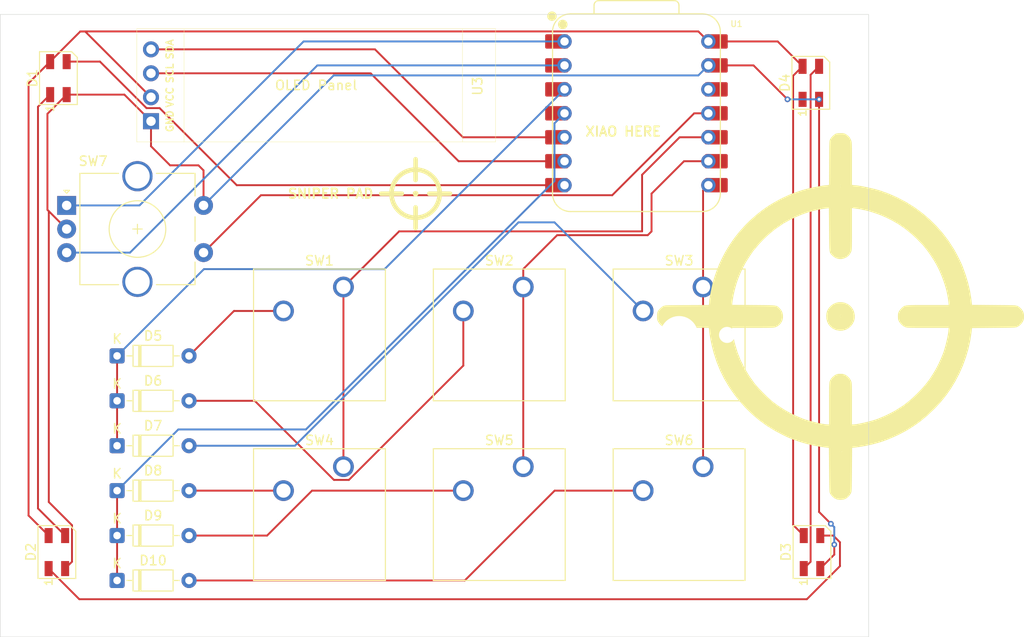
<source format=kicad_pcb>
(kicad_pcb (version 20241229) (generator "pcbnew") (generator_version "9.0")
  (layers (0 "F.Cu" signal) (2 "B.Cu" signal) (13 "F.Paste" user) (15 "B.Paste" user) (5 "F.SilkS" user "F.Silkscreen") (7 "B.SilkS" user "B.Silkscreen") (1 "F.Mask" user) (3 "B.Mask" user) (25 "Edge.Cuts" user))
  (net 0 "")
  (net 1 "LED")
  (net 2 "GND")
  (net 3 "+5V")
  (net 4 "Net-(D1-DOUT)")
  (net 5 "Net-(D2-DOUT)")
  (net 6 "Net-(D3-DOUT)")
  (net 8 "Net-(D5-K)")
  (net 9 "Net-(D5-A)")
  (net 10 "Net-(D6-A)")
  (net 11 "Net-(D7-A)")
  (net 12 "Net-(D8-A)")
  (net 13 "Net-(D10-K)")
  (net 14 "Net-(D9-A)")
  (net 15 "Net-(D10-A)")
  (net 16 "Net-(U1-GPIO4{slash}MISO)")
  (net 17 "Net-(U1-GPIO2{slash}SCK)")
  (net 18 "Net-(U1-GPIO1{slash}RX)")
  (net 19 "Net-(U1-GPIO3{slash}MOSI)")
  (net 20 "Net-(U1-GPIO26{slash}ADC0{slash}A0)")
  (net 21 "Net-(U1-GPIO27{slash}ADC1{slash}A1)")
  (net 22 "SDA")
  (net 23 "SCL")
  (net 24 "+3.3V")
  (footprint "Diode_THT:D_DO-35_SOD27_P7.62mm_Horizontal" (layer "F.Cu") (at 107.38 76.2)
    (property "Reference" "D5" (at 3.81 -2.12 0) (layer "F.SilkS"))
    (property "Value" "D")
    (fp_text user "K" (at 0 -1.8 0) (layer "F.SilkS"))
    (pad "1" thru_hole roundrect (at 0 0) (size 1.6 1.6) (drill 0.8) (layers "*.Cu" "*.Mask") (roundrect_rratio 0.15625) (net 8 "Net-(D5-K)"))
    (pad "2" thru_hole circle (at 7.62 0) (size 1.6 1.6) (drill 0.8) (layers "*.Cu" "*.Mask") (net 9 "Net-(D5-A)"))
  )
  (footprint "Diode_THT:D_DO-35_SOD27_P7.62mm_Horizontal" (layer "F.Cu") (at 107.38 100.0125)
    (property "Reference" "D10" (at 3.81 -2.12 0) (layer "F.SilkS"))
    (property "Value" "D")
    (fp_text user "K" (at 0 -1.8 0) (layer "F.SilkS"))
    (pad "1" thru_hole roundrect (at 0 0) (size 1.6 1.6) (drill 0.8) (layers "*.Cu" "*.Mask") (roundrect_rratio 0.15625) (net 13 "Net-(D10-K)"))
    (pad "2" thru_hole circle (at 7.62 0) (size 1.6 1.6) (drill 0.8) (layers "*.Cu" "*.Mask") (net 15 "Net-(D10-A)"))
  )
  (footprint "Diode_THT:D_DO-35_SOD27_P7.62mm_Horizontal" (layer "F.Cu") (at 107.38 90.4875)
    (property "Reference" "D8" (at 3.81 -2.12 0) (layer "F.SilkS"))
    (property "Value" "D")
    (fp_text user "K" (at 0 -1.8 0) (layer "F.SilkS"))
    (pad "1" thru_hole roundrect (at 0 0) (size 1.6 1.6) (drill 0.8) (layers "*.Cu" "*.Mask") (roundrect_rratio 0.15625) (net 13 "Net-(D10-K)"))
    (pad "2" thru_hole circle (at 7.62 0) (size 1.6 1.6) (drill 0.8) (layers "*.Cu" "*.Mask") (net 12 "Net-(D8-A)"))
  )
  (footprint "LED_SMD:LED_SK6812MINI_PLCC4_3.5x3.5mm_P1.75mm" (layer "F.Cu") (at 180.875 47.25 90)
    (property "Reference" "D4" (at 0 -2.75 90) (layer "F.SilkS"))
    (property "Value" "SK6812MINI")
    (fp_text user "1" (at -3.2 -0.875 90) (layer "F.SilkS") (effects (font (size 0.8 0.8))))
    (pad "1" smd rect (at -1.75 -0.875 90) (size 1.6 0.85) (layers "F.Cu" "F.Mask" "F.Paste"))
    (pad "2" smd rect (at -1.75 0.875 90) (size 1.6 0.85) (layers "F.Cu" "F.Mask" "F.Paste") (net 2 "GND"))
    (pad "3" smd rect (at 1.75 0.875 90) (size 1.6 0.85) (layers "F.Cu" "F.Mask" "F.Paste") (net 6 "Net-(D3-DOUT)"))
    (pad "4" smd rect (at 1.75 -0.875 90) (size 1.6 0.85) (layers "F.Cu" "F.Mask" "F.Paste") (net 3 "+5V"))
  )
  (footprint "Diode_THT:D_DO-35_SOD27_P7.62mm_Horizontal" (layer "F.Cu") (at 107.38 80.9625)
    (property "Reference" "D6" (at 3.81 -2.12 0) (layer "F.SilkS"))
    (property "Value" "D")
    (fp_text user "K" (at 0 -1.8 0) (layer "F.SilkS"))
    (pad "1" thru_hole roundrect (at 0 0) (size 1.6 1.6) (drill 0.8) (layers "*.Cu" "*.Mask") (roundrect_rratio 0.15625) (net 8 "Net-(D5-K)"))
    (pad "2" thru_hole circle (at 7.62 0) (size 1.6 1.6) (drill 0.8) (layers "*.Cu" "*.Mask") (net 10 "Net-(D6-A)"))
  )
  (footprint "OPL:XIAO-RP2040-DIP" (layer "F.Cu") (at 162.40125 50.4825)
    (property "Reference" "U1" (at 10.59875 -9.4825 0) (layer "F.SilkS") (effects (font (size 0.635 0.635) (thickness 0.1016))))
    (property "Value" "XIAO-RP2040-DIP")
    (pad "1" smd roundrect (at -8.455 -7.62 180) (size 2.432 1.524) (layers "F.Cu" "F.Mask") (roundrect_rratio 0.1) (net 20 "Net-(U1-GPIO26{slash}ADC0{slash}A0)"))
    (pad "1" thru_hole circle (at -7.62 -7.62 180) (size 1.524 1.524) (drill 0.889) (layers "*.Cu" "*.Mask") (net 20 "Net-(U1-GPIO26{slash}ADC0{slash}A0)"))
    (pad "2" smd roundrect (at -8.455 -5.08 180) (size 2.432 1.524) (layers "F.Cu" "F.Mask") (roundrect_rratio 0.1) (net 21 "Net-(U1-GPIO27{slash}ADC1{slash}A1)"))
    (pad "2" thru_hole circle (at -7.62 -5.08 180) (size 1.524 1.524) (drill 0.889) (layers "*.Cu" "*.Mask") (net 21 "Net-(U1-GPIO27{slash}ADC1{slash}A1)"))
    (pad "3" smd roundrect (at -8.455 -2.54 180) (size 2.432 1.524) (layers "F.Cu" "F.Mask") (roundrect_rratio 0.1) (net 8 "Net-(D5-K)"))
    (pad "3" thru_hole circle (at -7.62 -2.54 180) (size 1.524 1.524) (drill 0.889) (layers "*.Cu" "*.Mask") (net 8 "Net-(D5-K)"))
    (pad "4" smd roundrect (at -8.455 0 180) (size 2.432 1.524) (layers "F.Cu" "F.Mask") (roundrect_rratio 0.1) (net 13 "Net-(D10-K)"))
    (pad "4" thru_hole circle (at -7.62 0 180) (size 1.524 1.524) (drill 0.889) (layers "*.Cu" "*.Mask") (net 13 "Net-(D10-K)"))
    (pad "5" smd roundrect (at -8.455 2.54 180) (size 2.432 1.524) (layers "F.Cu" "F.Mask") (roundrect_rratio 0.1) (net 22 "SDA"))
    (pad "5" thru_hole circle (at -7.62 2.54 180) (size 1.524 1.524) (drill 0.889) (layers "*.Cu" "*.Mask") (net 22 "SDA"))
    (pad "6" smd roundrect (at -8.455 5.08 180) (size 2.432 1.524) (layers "F.Cu" "F.Mask") (roundrect_rratio 0.1) (net 23 "SCL"))
    (pad "6" thru_hole circle (at -7.62 5.08 180) (size 1.524 1.524) (drill 0.889) (layers "*.Cu" "*.Mask") (net 23 "SCL"))
    (pad "7" smd roundrect (at -8.455 7.62 180) (size 2.432 1.524) (layers "F.Cu" "F.Mask") (roundrect_rratio 0.1) (net 1 "LED"))
    (pad "7" thru_hole circle (at -7.62 7.62 180) (size 1.524 1.524) (drill 0.889) (layers "*.Cu" "*.Mask") (net 1 "LED"))
    (pad "8" thru_hole circle (at 7.62 7.62) (size 1.524 1.524) (drill 0.889) (layers "*.Cu" "*.Mask") (net 18 "Net-(U1-GPIO1{slash}RX)"))
    (pad "8" smd roundrect (at 8.455 7.62) (size 2.432 1.524) (layers "F.Cu" "F.Mask") (roundrect_rratio 0.1) (net 18 "Net-(U1-GPIO1{slash}RX)"))
    (pad "9" thru_hole circle (at 7.62 5.08) (size 1.524 1.524) (drill 0.889) (layers "*.Cu" "*.Mask") (net 17 "Net-(U1-GPIO2{slash}SCK)"))
    (pad "9" smd roundrect (at 8.455 5.08) (size 2.432 1.524) (layers "F.Cu" "F.Mask") (roundrect_rratio 0.1) (net 17 "Net-(U1-GPIO2{slash}SCK)"))
    (pad "10" thru_hole circle (at 7.62 2.54) (size 1.524 1.524) (drill 0.889) (layers "*.Cu" "*.Mask") (net 16 "Net-(U1-GPIO4{slash}MISO)"))
    (pad "10" smd roundrect (at 8.455 2.54) (size 2.432 1.524) (layers "F.Cu" "F.Mask") (roundrect_rratio 0.1) (net 16 "Net-(U1-GPIO4{slash}MISO)"))
    (pad "11" thru_hole circle (at 7.62 0) (size 1.524 1.524) (drill 0.889) (layers "*.Cu" "*.Mask") (net 19 "Net-(U1-GPIO3{slash}MOSI)"))
    (pad "11" smd roundrect (at 8.455 0) (size 2.432 1.524) (layers "F.Cu" "F.Mask") (roundrect_rratio 0.1) (net 19 "Net-(U1-GPIO3{slash}MOSI)"))
    (pad "12" thru_hole circle (at 7.62 -2.54) (size 1.524 1.524) (drill 0.889) (layers "*.Cu" "*.Mask") (net 24 "+3.3V"))
    (pad "12" smd roundrect (at 8.455 -2.54) (size 2.432 1.524) (layers "F.Cu" "F.Mask") (roundrect_rratio 0.1) (net 24 "+3.3V"))
    (pad "13" thru_hole circle (at 7.62 -5.08) (size 1.524 1.524) (drill 0.889) (layers "*.Cu" "*.Mask") (net 2 "GND"))
    (pad "13" smd roundrect (at 8.455 -5.08) (size 2.432 1.524) (layers "F.Cu" "F.Mask") (roundrect_rratio 0.1) (net 2 "GND"))
    (pad "14" thru_hole circle (at 7.62 -7.62) (size 1.524 1.524) (drill 0.889) (layers "*.Cu" "*.Mask") (net 3 "+5V"))
    (pad "14" smd roundrect (at 8.455 -7.62) (size 2.432 1.524) (layers "F.Cu" "F.Mask") (roundrect_rratio 0.1) (net 3 "+5V"))
  )
  (footprint "Button_Switch_Keyboard:SW_Cherry_MX_1.00u_PCB" (layer "F.Cu") (at 150.41 68.8975)
    (property "Reference" "SW2" (at -2.54 -2.794 0) (layer "F.SilkS"))
    (property "Value" "SW_Push")
    (pad "" np_thru_hole circle (at -7.62 5.08) (size 1.7 1.7) (drill 1.7) (layers "*.Cu" "*.Mask"))
    (pad "" np_thru_hole circle (at -2.54 5.08) (size 4 4) (drill 4) (layers "*.Cu" "*.Mask"))
    (pad "" np_thru_hole circle (at 2.54 5.08) (size 1.7 1.7) (drill 1.7) (layers "*.Cu" "*.Mask"))
    (pad "1" thru_hole circle (at 0 0) (size 2.2 2.2) (drill 1.5) (layers "*.Cu" "*.Mask") (net 17 "Net-(U1-GPIO2{slash}SCK)"))
    (pad "2" thru_hole circle (at -6.35 2.54) (size 2.2 2.2) (drill 1.5) (layers "*.Cu" "*.Mask") (net 10 "Net-(D6-A)"))
  )
  (footprint "LED_SMD:LED_SK6812MINI_PLCC4_3.5x3.5mm_P1.75mm" (layer "F.Cu") (at 101 97 90)
    (property "Reference" "D2" (at 0 -2.75 90) (layer "F.SilkS"))
    (property "Value" "SK6812MINI")
    (fp_text user "1" (at -3.2 -0.875 90) (layer "F.SilkS") (effects (font (size 0.8 0.8))))
    (pad "1" smd rect (at -1.75 -0.875 90) (size 1.6 0.85) (layers "F.Cu" "F.Mask" "F.Paste") (net 5 "Net-(D2-DOUT)"))
    (pad "2" smd rect (at -1.75 0.875 90) (size 1.6 0.85) (layers "F.Cu" "F.Mask" "F.Paste") (net 2 "GND"))
    (pad "3" smd rect (at 1.75 0.875 90) (size 1.6 0.85) (layers "F.Cu" "F.Mask" "F.Paste") (net 4 "Net-(D1-DOUT)"))
    (pad "4" smd rect (at 1.75 -0.875 90) (size 1.6 0.85) (layers "F.Cu" "F.Mask" "F.Paste") (net 3 "+5V"))
  )
  (footprint "Button_Switch_Keyboard:SW_Cherry_MX_1.00u_PCB" (layer "F.Cu") (at 169.46 68.8975)
    (property "Reference" "SW3" (at -2.54 -2.794 0) (layer "F.SilkS"))
    (property "Value" "SW_Push")
    (pad "" np_thru_hole circle (at -7.62 5.08) (size 1.7 1.7) (drill 1.7) (layers "*.Cu" "*.Mask"))
    (pad "" np_thru_hole circle (at -2.54 5.08) (size 4 4) (drill 4) (layers "*.Cu" "*.Mask"))
    (pad "" np_thru_hole circle (at 2.54 5.08) (size 1.7 1.7) (drill 1.7) (layers "*.Cu" "*.Mask"))
    (pad "1" thru_hole circle (at 0 0) (size 2.2 2.2) (drill 1.5) (layers "*.Cu" "*.Mask") (net 18 "Net-(U1-GPIO1{slash}RX)"))
    (pad "2" thru_hole circle (at -6.35 2.54) (size 2.2 2.2) (drill 1.5) (layers "*.Cu" "*.Mask") (net 11 "Net-(D7-A)"))
  )
  (footprint "Rotary:RotaryEncoder_Alps_EC11E-Switch_Vertical_H20mm_CircularMountingHoles" (layer "F.Cu") (at 102.0375 60.25)
    (property "Reference" "SW7" (at 2.8 -4.7 0) (layer "F.SilkS"))
    (property "Value" "RotaryEncoder_Switch")
    (pad "A" thru_hole rect (at 0 0) (size 2 2) (drill 1) (layers "*.Cu" "*.Mask") (net 20 "Net-(U1-GPIO26{slash}ADC0{slash}A0)"))
    (pad "B" thru_hole circle (at 0 5) (size 2 2) (drill 1) (layers "*.Cu" "*.Mask") (net 21 "Net-(U1-GPIO27{slash}ADC1{slash}A1)"))
    (pad "C" thru_hole circle (at 0 2.5) (size 2 2) (drill 1) (layers "*.Cu" "*.Mask") (net 2 "GND"))
    (pad "MP" thru_hole circle (at 7.5 -3.1) (size 3.2 3.2) (drill 2.6) (layers "*.Cu" "*.Mask"))
    (pad "MP" thru_hole circle (at 7.5 8.1) (size 3.2 3.2) (drill 2.6) (layers "*.Cu" "*.Mask"))
    (pad "S1" thru_hole circle (at 14.5 5) (size 2 2) (drill 1) (layers "*.Cu" "*.Mask") (net 19 "Net-(U1-GPIO3{slash}MOSI)"))
    (pad "S2" thru_hole circle (at 14.5 0) (size 2 2) (drill 1) (layers "*.Cu" "*.Mask") (net 2 "GND"))
  )
  (footprint "LED_SMD:LED_SK6812MINI_PLCC4_3.5x3.5mm_P1.75mm" (layer "F.Cu") (at 101.1625 46.75 90)
    (property "Reference" "D1" (at 0 -2.75 90) (layer "F.SilkS"))
    (property "Value" "SK6812MINI")
    (fp_text user "1" (at -3.2 -0.875 90) (layer "F.SilkS") (effects (font (size 0.8 0.8))))
    (pad "1" smd rect (at -1.75 -0.875 90) (size 1.6 0.85) (layers "F.Cu" "F.Mask" "F.Paste") (net 4 "Net-(D1-DOUT)"))
    (pad "2" smd rect (at -1.75 0.875 90) (size 1.6 0.85) (layers "F.Cu" "F.Mask" "F.Paste") (net 2 "GND"))
    (pad "3" smd rect (at 1.75 0.875 90) (size 1.6 0.85) (layers "F.Cu" "F.Mask" "F.Paste") (net 1 "LED"))
    (pad "4" smd rect (at 1.75 -0.875 90) (size 1.6 0.85) (layers "F.Cu" "F.Mask" "F.Paste") (net 3 "+5V"))
  )
  (footprint "Button_Switch_Keyboard:SW_Cherry_MX_1.00u_PCB" (layer "F.Cu") (at 131.36 87.9475)
    (property "Reference" "SW4" (at -2.54 -2.794 0) (layer "F.SilkS"))
    (property "Value" "SW_Push")
    (pad "" np_thru_hole circle (at -7.62 5.08) (size 1.7 1.7) (drill 1.7) (layers "*.Cu" "*.Mask"))
    (pad "" np_thru_hole circle (at -2.54 5.08) (size 4 4) (drill 4) (layers "*.Cu" "*.Mask"))
    (pad "" np_thru_hole circle (at 2.54 5.08) (size 1.7 1.7) (drill 1.7) (layers "*.Cu" "*.Mask"))
    (pad "1" thru_hole circle (at 0 0) (size 2.2 2.2) (drill 1.5) (layers "*.Cu" "*.Mask") (net 16 "Net-(U1-GPIO4{slash}MISO)"))
    (pad "2" thru_hole circle (at -6.35 2.54) (size 2.2 2.2) (drill 1.5) (layers "*.Cu" "*.Mask") (net 12 "Net-(D8-A)"))
  )
  (footprint "Button_Switch_Keyboard:SW_Cherry_MX_1.00u_PCB" (layer "F.Cu") (at 169.46 87.9475)
    (property "Reference" "SW6" (at -2.54 -2.794 0) (layer "F.SilkS"))
    (property "Value" "SW_Push")
    (pad "" np_thru_hole circle (at -7.62 5.08) (size 1.7 1.7) (drill 1.7) (layers "*.Cu" "*.Mask"))
    (pad "" np_thru_hole circle (at -2.54 5.08) (size 4 4) (drill 4) (layers "*.Cu" "*.Mask"))
    (pad "" np_thru_hole circle (at 2.54 5.08) (size 1.7 1.7) (drill 1.7) (layers "*.Cu" "*.Mask"))
    (pad "1" thru_hole circle (at 0 0) (size 2.2 2.2) (drill 1.5) (layers "*.Cu" "*.Mask") (net 18 "Net-(U1-GPIO1{slash}RX)"))
    (pad "2" thru_hole circle (at -6.35 2.54) (size 2.2 2.2) (drill 1.5) (layers "*.Cu" "*.Mask") (net 15 "Net-(D10-A)"))
  )
  (footprint "Diode_THT:D_DO-35_SOD27_P7.62mm_Horizontal" (layer "F.Cu") (at 107.38 85.725)
    (property "Reference" "D7" (at 3.81 -2.12 0) (layer "F.SilkS"))
    (property "Value" "D")
    (fp_text user "K" (at 0 -1.8 0) (layer "F.SilkS"))
    (pad "1" thru_hole roundrect (at 0 0) (size 1.6 1.6) (drill 0.8) (layers "*.Cu" "*.Mask") (roundrect_rratio 0.15625) (net 8 "Net-(D5-K)"))
    (pad "2" thru_hole circle (at 7.62 0) (size 1.6 1.6) (drill 0.8) (layers "*.Cu" "*.Mask") (net 11 "Net-(D7-A)"))
  )
  (footprint "OLED:SSD1306-0.91-OLED-4pin-128x32" (layer "F.Cu") (at 147.4725 53.51 180)
    (property "Reference" "U3" (at 1.9 5.91 90) (layer "F.SilkS"))
    (property "Value" "~" (hide yes))
    (fp_text user "OLED Panel" (at 19 6 0) (layer "F.SilkS"))
    (fp_text user "VCC" (at 34.5 4.73 90) (layer "F.SilkS") (effects (font (size 0.75 0.75))))
    (fp_text user "SCL" (at 34.5 7.27 90) (layer "F.SilkS") (effects (font (size 0.75 0.75))))
    (fp_text user "GND" (at 34.5 2.19 90) (layer "F.SilkS") (effects (font (size 0.75 0.75))))
    (fp_text user "SDA" (at 34.5 9.81 90) (layer "F.SilkS") (effects (font (size 0.75 0.75))))
    (pad "1" thru_hole rect (at 36.5 2.19 180) (size 1.7 1.7) (drill 1) (layers "*.Cu" "*.Mask") (net 2 "GND"))
    (pad "2" thru_hole oval (at 36.5 4.73 180) (size 1.7 1.7) (drill 1) (layers "*.Cu" "*.Mask") (net 3 "+5V"))
    (pad "3" thru_hole oval (at 36.5 7.27 180) (size 1.7 1.7) (drill 1) (layers "*.Cu" "*.Mask") (net 23 "SCL"))
    (pad "4" thru_hole oval (at 36.5 9.81 180) (size 1.7 1.7) (drill 1) (layers "*.Cu" "*.Mask") (net 22 "SDA"))
  )
  (footprint "Button_Switch_Keyboard:SW_Cherry_MX_1.00u_PCB" (layer "F.Cu") (at 131.36 68.8975)
    (property "Reference" "SW1" (at -2.54 -2.794 0) (layer "F.SilkS"))
    (property "Value" "SW_Push")
    (pad "" np_thru_hole circle (at -7.62 5.08) (size 1.7 1.7) (drill 1.7) (layers "*.Cu" "*.Mask"))
    (pad "" np_thru_hole circle (at -2.54 5.08) (size 4 4) (drill 4) (layers "*.Cu" "*.Mask"))
    (pad "" np_thru_hole circle (at 2.54 5.08) (size 1.7 1.7) (drill 1.7) (layers "*.Cu" "*.Mask"))
    (pad "1" thru_hole circle (at 0 0) (size 2.2 2.2) (drill 1.5) (layers "*.Cu" "*.Mask") (net 16 "Net-(U1-GPIO4{slash}MISO)"))
    (pad "2" thru_hole circle (at -6.35 2.54) (size 2.2 2.2) (drill 1.5) (layers "*.Cu" "*.Mask") (net 9 "Net-(D5-A)"))
  )
  (footprint "LOGO" (layer "F.Cu") (at 184 72)
    (property "Reference" "G***" (hide yes))
    (property "Value" "LOGO" (hide yes))
  )
  (footprint "LED_SMD:LED_SK6812MINI_PLCC4_3.5x3.5mm_P1.75mm" (layer "F.Cu") (at 181 97 90)
    (property "Reference" "D3" (at 0 -2.75 90) (layer "F.SilkS"))
    (property "Value" "SK6812MINI")
    (fp_text user "1" (at -3.2 -0.875 90) (layer "F.SilkS") (effects (font (size 0.8 0.8))))
    (pad "1" smd rect (at -1.75 -0.875 90) (size 1.6 0.85) (layers "F.Cu" "F.Mask" "F.Paste") (net 6 "Net-(D3-DOUT)"))
    (pad "2" smd rect (at -1.75 0.875 90) (size 1.6 0.85) (layers "F.Cu" "F.Mask" "F.Paste") (net 2 "GND"))
    (pad "3" smd rect (at 1.75 0.875 90) (size 1.6 0.85) (layers "F.Cu" "F.Mask" "F.Paste") (net 5 "Net-(D2-DOUT)"))
    (pad "4" smd rect (at 1.75 -0.875 90) (size 1.6 0.85) (layers "F.Cu" "F.Mask" "F.Paste") (net 3 "+5V"))
  )
  (footprint "LOGO" (layer "F.Cu") (at 139 59)
    (property "Reference" "G***" (hide yes))
    (property "Value" "LOGO" (hide yes))
  )
  (footprint "Diode_THT:D_DO-35_SOD27_P7.62mm_Horizontal" (layer "F.Cu") (at 107.38 95.25)
    (property "Reference" "D9" (at 3.81 -2.12 0) (layer "F.SilkS"))
    (property "Value" "D")
    (fp_text user "K" (at 0 -1.8 0) (layer "F.SilkS"))
    (pad "1" thru_hole roundrect (at 0 0) (size 1.6 1.6) (drill 0.8) (layers "*.Cu" "*.Mask") (roundrect_rratio 0.15625) (net 13 "Net-(D10-K)"))
    (pad "2" thru_hole circle (at 7.62 0) (size 1.6 1.6) (drill 0.8) (layers "*.Cu" "*.Mask") (net 14 "Net-(D9-A)"))
  )
  (footprint "Button_Switch_Keyboard:SW_Cherry_MX_1.00u_PCB" (layer "F.Cu") (at 150.41 87.9475)
    (property "Reference" "SW5" (at -2.54 -2.794 0) (layer "F.SilkS"))
    (property "Value" "SW_Push")
    (pad "" np_thru_hole circle (at -7.62 5.08) (size 1.7 1.7) (drill 1.7) (layers "*.Cu" "*.Mask"))
    (pad "" np_thru_hole circle (at -2.54 5.08) (size 4 4) (drill 4) (layers "*.Cu" "*.Mask"))
    (pad "" np_thru_hole circle (at 2.54 5.08) (size 1.7 1.7) (drill 1.7) (layers "*.Cu" "*.Mask"))
    (pad "1" thru_hole circle (at 0 0) (size 2.2 2.2) (drill 1.5) (layers "*.Cu" "*.Mask") (net 17 "Net-(U1-GPIO2{slash}SCK)"))
    (pad "2" thru_hole circle (at -6.35 2.54) (size 2.2 2.2) (drill 1.5) (layers "*.Cu" "*.Mask") (net 14 "Net-(D9-A)"))
  )
  (gr_rect (start 95 40) (end 187 106) (stroke (width 0.05)) (fill no) (layer "Edge.Cuts"))
  (gr_text "XIAO HERE" (at 161 53 0) (layer "F.SilkS") (effects (font (size 1 1) (thickness 0.2) (bold yes)) (justify bottom)))
  (gr_text "SNIPER PAD" (at 130 59 0) (layer "F.SilkS") (effects (font (size 1 1) (thickness 0.2) (bold yes))))
  (segment (start 110.49574 49.931) (end 105.56474 45) (width 0.2) (layer "F.Cu") (net 1))
  (segment (start 111.8855 49.931) (end 110.49574 49.931) (width 0.2) (layer "F.Cu") (net 1))
  (segment (start 120.057 58.1025) (end 111.8855 49.931) (width 0.2) (layer "F.Cu") (net 1))
  (segment (start 154.78125 58.1025) (end 120.057 58.1025) (width 0.2) (layer "F.Cu") (net 1))
  (segment (start 105.56474 45) (end 102.0375 45) (width 0.2) (layer "F.Cu") (net 1))
  (segment (start 116.5375 56.5375) (end 116.5375 60.25) (width 0.2) (layer "F.Cu") (net 2))
  (segment (start 100.14375 60.85625) (end 102.0375 62.75) (width 0.2) (layer "F.Cu") (net 2))
  (segment (start 100.14375 60.85625) (end 100.14375 91.69175) (width 0.2) (layer "F.Cu") (net 2))
  (segment (start 181.875 98.75) (end 183.358785 97.266215) (width 0.2) (layer "F.Cu") (net 2))
  (segment (start 170.02125 45.4025) (end 174.8025 45.4025) (width 0.2) (layer "F.Cu") (net 2))
  (segment (start 174.8025 45.4025) (end 178.4 49) (width 0.2) (layer "F.Cu") (net 2))
  (segment (start 102.601 98.024) (end 101.875 98.75) (width 0.2) (layer "F.Cu") (net 2))
  (segment (start 102.0375 48.5) (end 100 50.5375) (width 0.2) (layer "F.Cu") (net 2))
  (segment (start 113 56) (end 116 56) (width 0.2) (layer "F.Cu") (net 2))
  (segment (start 100.14375 91.69175) (end 102.601 94.149) (width 0.2) (layer "F.Cu") (net 2))
  (segment (start 110.9725 51.32) (end 110.9725 53.9725) (width 0.2) (layer "F.Cu") (net 2))
  (segment (start 102.0375 48.5) (end 108.1525 48.5) (width 0.2) (layer "F.Cu") (net 2))
  (segment (start 181.75 92.75) (end 181.75 49) (width 0.2) (layer "F.Cu") (net 2))
  (segment (start 100 50.5375) (end 100 60.7125) (width 0.2) (layer "F.Cu") (net 2))
  (segment (start 183.358785 97.266215) (end 183.358785 96.207315) (width 0.2) (layer "F.Cu") (net 2))
  (segment (start 108.1525 48.5) (end 110.9725 51.32) (width 0.2) (layer "F.Cu") (net 2))
  (segment (start 110.9725 53.9725) (end 113 56) (width 0.2) (layer "F.Cu") (net 2))
  (segment (start 100 60.7125) (end 100.14375 60.85625) (width 0.2) (layer "F.Cu") (net 2))
  (segment (start 183 94) (end 181.75 92.75) (width 0.2) (layer "F.Cu") (net 2))
  (segment (start 102.601 94.149) (end 102.601 98.024) (width 0.2) (layer "F.Cu") (net 2))
  (segment (start 116 56) (end 116.5375 56.5375) (width 0.2) (layer "F.Cu") (net 2))
  (via (at 183.358785 96.207315) (size 0.6) (drill 0.3) (layers "F.Cu" "B.Cu") (net 2))
  (via (at 178.4 49) (size 0.6) (drill 0.3) (layers "F.Cu" "B.Cu") (net 2))
  (via (at 183 94) (size 0.6) (drill 0.3) (layers "F.Cu" "B.Cu") (net 2))
  (via (at 181.75 49) (size 0.6) (drill 0.3) (layers "F.Cu" "B.Cu") (net 2))
  (segment (start 183.358785 94.358785) (end 183 94) (width 0.2) (layer "B.Cu") (net 2))
  (segment (start 130.322 46.4655) (end 168.95825 46.4655) (width 0.2) (layer "B.Cu") (net 2))
  (segment (start 116.5375 60.25) (end 130.322 46.4655) (width 0.2) (layer "B.Cu") (net 2))
  (segment (start 178.4 49) (end 181.75 49) (width 0.2) (layer "B.Cu") (net 2))
  (segment (start 183.358785 96.207315) (end 183.358785 94.358785) (width 0.2) (layer "B.Cu") (net 2))
  (segment (start 168.95825 46.4655) (end 170.02125 45.4025) (width 0.2) (layer "B.Cu") (net 2))
  (segment (start 170.02125 42.8625) (end 177.3625 42.8625) (width 0.2) (layer "F.Cu") (net 3))
  (segment (start 177.3625 42.8625) (end 180 45.5) (width 0.2) (layer "F.Cu") (net 3))
  (segment (start 170.02125 42.8625) (end 168.95825 41.7995) (width 0.2) (layer "F.Cu") (net 3))
  (segment (start 168.95825 41.7995) (end 103.488 41.7995) (width 0.2) (layer "F.Cu") (net 3))
  (segment (start 100.2875 45) (end 98 47.2875) (width 0.2) (layer "F.Cu") (net 3))
  (segment (start 103.992 41.7995) (end 103.488 41.7995) (width 0.2) (layer "F.Cu") (net 3))
  (segment (start 179 94.125) (end 180.125 95.25) (width 0.2) (layer "F.Cu") (net 3))
  (segment (start 98 47.2875) (end 98 93.125) (width 0.2) (layer "F.Cu") (net 3))
  (segment (start 180 45.5) (end 179 46.5) (width 0.2) (layer "F.Cu") (net 3))
  (segment (start 103.488 41.7995) (end 100.2875 45) (width 0.2) (layer "F.Cu") (net 3))
  (segment (start 98 93.125) (end 100.125 95.25) (width 0.2) (layer "F.Cu") (net 3))
  (segment (start 179 46.5) (end 179 94.125) (width 0.2) (layer "F.Cu") (net 3))
  (segment (start 110.9725 48.78) (end 103.992 41.7995) (width 0.2) (layer "F.Cu") (net 3))
  (segment (start 101.875 95.25) (end 99 92.375) (width 0.2) (layer "F.Cu") (net 4))
  (segment (start 99 92.375) (end 99 49.7875) (width 0.2) (layer "F.Cu") (net 4))
  (segment (start 99 49.7875) (end 100.2875 48.5) (width 0.2) (layer "F.Cu") (net 4))
  (segment (start 100.125 98.75) (end 103.375 102) (width 0.2) (layer "F.Cu") (net 5))
  (segment (start 183.959785 98.492215) (end 183.959785 95.959785) (width 0.2) (layer "F.Cu") (net 5))
  (segment (start 183.959785 95.959785) (end 183.25 95.25) (width 0.2) (layer "F.Cu") (net 5))
  (segment (start 103.375 102) (end 180.452 102) (width 0.2) (layer "F.Cu") (net 5))
  (segment (start 180.452 102) (end 183.959785 98.492215) (width 0.2) (layer "F.Cu") (net 5))
  (segment (start 183.25 95.25) (end 181.875 95.25) (width 0.2) (layer "F.Cu") (net 5))
  (segment (start 181.75 45.5) (end 180.851 46.399) (width 0.2) (layer "F.Cu") (net 6))
  (segment (start 180.851 46.399) (end 180.851 98.024) (width 0.2) (layer "F.Cu") (net 6))
  (segment (start 180.851 98.024) (end 180.125 98.75) (width 0.2) (layer "F.Cu") (net 6))
  (segment (start 107.38 85.725) (end 107.38 80.9625) (width 0.2) (layer "F.Cu") (net 8))
  (segment (start 107.38 80.9625) (end 107.38 76.2) (width 0.2) (layer "F.Cu") (net 8))
  (segment (start 116.58 67) (end 135.72375 67) (width 0.2) (layer "B.Cu") (net 8))
  (segment (start 135.72375 67) (end 154.78125 47.9425) (width 0.2) (layer "B.Cu") (net 8))
  (segment (start 107.38 76.2) (end 116.58 67) (width 0.2) (layer "B.Cu") (net 8))
  (segment (start 119.7625 71.4375) (end 115 76.2) (width 0.2) (layer "F.Cu") (net 9))
  (segment (start 125.01 71.4375) (end 119.7625 71.4375) (width 0.2) (layer "F.Cu") (net 9))
  (segment (start 131.940314 89.3485) (end 130.3485 89.3485) (width 0.2) (layer "F.Cu") (net 10))
  (segment (start 121.9625 80.9625) (end 115 80.9625) (width 0.2) (layer "F.Cu") (net 10))
  (segment (start 144.06 71.4375) (end 144.06 77.228814) (width 0.2) (layer "F.Cu") (net 10))
  (segment (start 144.06 77.228814) (end 131.940314 89.3485) (width 0.2) (layer "F.Cu") (net 10))
  (segment (start 130.3485 89.3485) (end 121.9625 80.9625) (width 0.2) (layer "F.Cu") (net 10))
  (segment (start 153.71825 62.04575) (end 149.90179 62.04575) (width 0.2) (layer "B.Cu") (net 11))
  (segment (start 149.90179 62.04575) (end 126.22254 85.725) (width 0.2) (layer "B.Cu") (net 11))
  (segment (start 163.11 71.4375) (end 153.71825 62.04575) (width 0.2) (layer "B.Cu") (net 11))
  (segment (start 126.22254 85.725) (end 115 85.725) (width 0.2) (layer "B.Cu") (net 11))
  (segment (start 125.01 90.4875) (end 115 90.4875) (width 0.2) (layer "F.Cu") (net 12))
  (segment (start 107.38 100.0125) (end 107.38 95.25) (width 0.2) (layer "F.Cu") (net 13))
  (segment (start 107.38 95.25) (end 107.38 90.4875) (width 0.2) (layer "F.Cu") (net 13))
  (segment (start 153.71825 57.66219) (end 153.71825 51.5455) (width 0.2) (layer "B.Cu") (net 13))
  (segment (start 127.38044 84) (end 153.71825 57.66219) (width 0.2) (layer "B.Cu") (net 13))
  (segment (start 113.8675 84) (end 127.38044 84) (width 0.2) (layer "B.Cu") (net 13))
  (segment (start 153.71825 51.5455) (end 154.78125 50.4825) (width 0.2) (layer "B.Cu") (net 13))
  (segment (start 107.38 90.4875) (end 113.8675 84) (width 0.2) (layer "B.Cu") (net 13))
  (segment (start 144.06 90.4875) (end 128.035184 90.4875) (width 0.2) (layer "F.Cu") (net 14))
  (segment (start 123.272684 95.25) (end 115 95.25) (width 0.2) (layer "F.Cu") (net 14))
  (segment (start 128.035184 90.4875) (end 123.272684 95.25) (width 0.2) (layer "F.Cu") (net 14))
  (segment (start 153.734816 90.4875) (end 144.209816 100.0125) (width 0.2) (layer "F.Cu") (net 15))
  (segment (start 144.209816 100.0125) (end 115 100.0125) (width 0.2) (layer "F.Cu") (net 15))
  (segment (start 163.11 90.4875) (end 153.734816 90.4875) (width 0.2) (layer "F.Cu") (net 15))
  (segment (start 131.36 68.8975) (end 137.2575 63) (width 0.2) (layer "F.Cu") (net 16))
  (segment (start 166.9775 53.0225) (end 170.02125 53.0225) (width 0.2) (layer "F.Cu") (net 16))
  (segment (start 131.36 87.9475) (end 131.36 68.8975) (width 0.2) (layer "F.Cu") (net 16))
  (segment (start 137.2575 63) (end 163 63) (width 0.2) (layer "F.Cu") (net 16))
  (segment (start 163 57) (end 166.9775 53.0225) (width 0.2) (layer "F.Cu") (net 16))
  (segment (start 163 63) (end 163 57) (width 0.2) (layer "F.Cu") (net 16))
  (segment (start 150.41 87.9475) (end 150.41 68.8975) (width 0.2) (layer "F.Cu") (net 17))
  (segment (start 150.41 68.8975) (end 150.41 66.991) (width 0.2) (layer "F.Cu") (net 17))
  (segment (start 164 59) (end 167.4375 55.5625) (width 0.2) (layer "F.Cu") (net 17))
  (segment (start 167.4375 55.5625) (end 170.02125 55.5625) (width 0.2) (layer "F.Cu") (net 17))
  (segment (start 164 63) (end 164 59) (width 0.2) (layer "F.Cu") (net 17))
  (segment (start 163.599 63.401) (end 164 63) (width 0.2) (layer "F.Cu") (net 17))
  (segment (start 150.41 66.991) (end 154 63.401) (width 0.2) (layer "F.Cu") (net 17))
  (segment (start 154 63.401) (end 163.599 63.401) (width 0.2) (layer "F.Cu") (net 17))
  (segment (start 169.46 87.9475) (end 169.46 68.8975) (width 0.2) (layer "F.Cu") (net 18))
  (segment (start 169.46 68.8975) (end 169.46 58.66375) (width 0.2) (layer "F.Cu") (net 18))
  (segment (start 169.46 58.66375) (end 170.02125 58.1025) (width 0.2) (layer "F.Cu") (net 18))
  (segment (start 116.5375 65.25) (end 122.622 59.1655) (width 0.2) (layer "F.Cu") (net 19))
  (segment (start 168.5175 50.4825) (end 170.02125 50.4825) (width 0.2) (layer "F.Cu") (net 19))
  (segment (start 159.8345 59.1655) (end 168.5175 50.4825) (width 0.2) (layer "F.Cu") (net 19))
  (segment (start 122.622 59.1655) (end 159.8345 59.1655) (width 0.2) (layer "F.Cu") (net 19))
  (segment (start 127.1375 42.8625) (end 154.78125 42.8625) (width 0.2) (layer "B.Cu") (net 20))
  (segment (start 102.0375 60.25) (end 109.75 60.25) (width 0.2) (layer "B.Cu") (net 20))
  (segment (start 109.75 60.25) (end 127.1375 42.8625) (width 0.2) (layer "B.Cu") (net 20))
  (segment (start 102.0375 65.25) (end 108.75 65.25) (width 0.2) (layer "B.Cu") (net 21))
  (segment (start 108.75 65.25) (end 128.5975 45.4025) (width 0.2) (layer "B.Cu") (net 21))
  (segment (start 128.5975 45.4025) (end 154.78125 45.4025) (width 0.2) (layer "B.Cu") (net 21))
  (segment (start 154.78125 53.0225) (end 144.0225 53.0225) (width 0.2) (layer "F.Cu") (net 22))
  (segment (start 144.0225 53.0225) (end 134.7 43.7) (width 0.2) (layer "F.Cu") (net 22))
  (segment (start 134.7 43.7) (end 110.9725 43.7) (width 0.2) (layer "F.Cu") (net 22))
  (segment (start 143.5625 55.5625) (end 134.24 46.24) (width 0.2) (layer "F.Cu") (net 23))
  (segment (start 154.78125 55.5625) (end 143.5625 55.5625) (width 0.2) (layer "F.Cu") (net 23))
  (segment (start 134.24 46.24) (end 110.9725 46.24) (width 0.2) (layer "F.Cu") (net 23))
)
</source>
